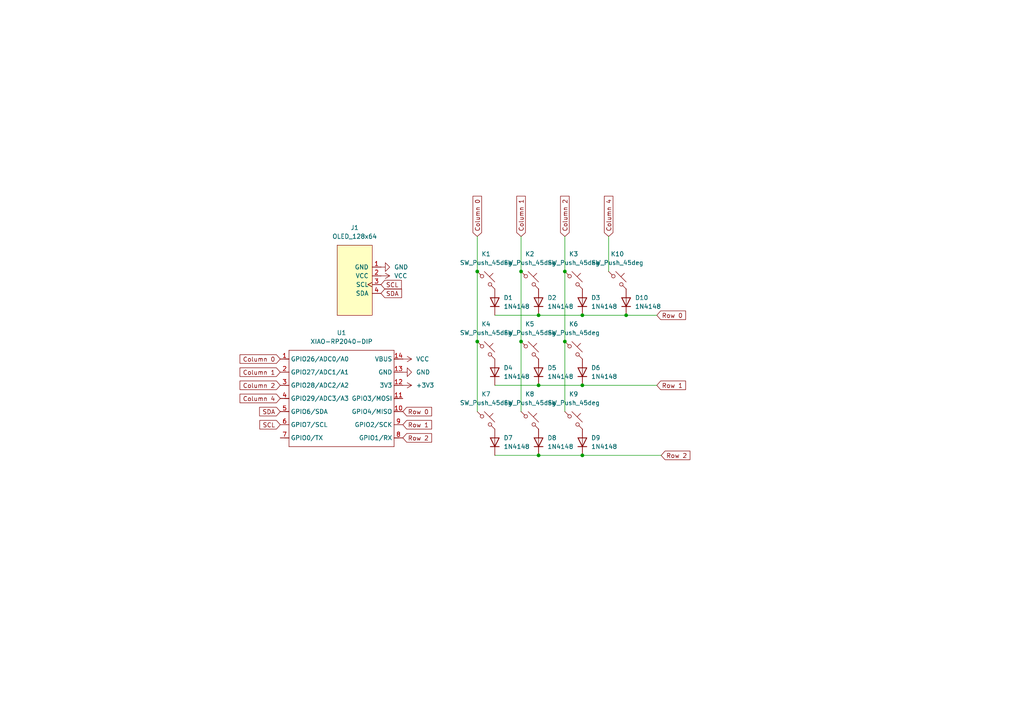
<source format=kicad_sch>
(kicad_sch
	(version 20231120)
	(generator "eeschema")
	(generator_version "8.0")
	(uuid "e2b264e9-bae2-4876-a6b8-6263b17d090b")
	(paper "A4")
	(lib_symbols
		(symbol "Diode:1N4148"
			(pin_numbers hide)
			(pin_names hide)
			(exclude_from_sim no)
			(in_bom yes)
			(on_board yes)
			(property "Reference" "D"
				(at 0 2.54 0)
				(effects
					(font
						(size 1.27 1.27)
					)
				)
			)
			(property "Value" "1N4148"
				(at 0 -2.54 0)
				(effects
					(font
						(size 1.27 1.27)
					)
				)
			)
			(property "Footprint" "Diode_THT:D_DO-35_SOD27_P7.62mm_Horizontal"
				(at 0 0 0)
				(effects
					(font
						(size 1.27 1.27)
					)
					(hide yes)
				)
			)
			(property "Datasheet" "https://assets.nexperia.com/documents/data-sheet/1N4148_1N4448.pdf"
				(at 0 0 0)
				(effects
					(font
						(size 1.27 1.27)
					)
					(hide yes)
				)
			)
			(property "Description" "100V 0.15A standard switching diode, DO-35"
				(at 0 0 0)
				(effects
					(font
						(size 1.27 1.27)
					)
					(hide yes)
				)
			)
			(property "Sim.Device" "D"
				(at 0 0 0)
				(effects
					(font
						(size 1.27 1.27)
					)
					(hide yes)
				)
			)
			(property "Sim.Pins" "1=K 2=A"
				(at 0 0 0)
				(effects
					(font
						(size 1.27 1.27)
					)
					(hide yes)
				)
			)
			(property "ki_keywords" "diode"
				(at 0 0 0)
				(effects
					(font
						(size 1.27 1.27)
					)
					(hide yes)
				)
			)
			(property "ki_fp_filters" "D*DO?35*"
				(at 0 0 0)
				(effects
					(font
						(size 1.27 1.27)
					)
					(hide yes)
				)
			)
			(symbol "1N4148_0_1"
				(polyline
					(pts
						(xy -1.27 1.27) (xy -1.27 -1.27)
					)
					(stroke
						(width 0.254)
						(type default)
					)
					(fill
						(type none)
					)
				)
				(polyline
					(pts
						(xy 1.27 0) (xy -1.27 0)
					)
					(stroke
						(width 0)
						(type default)
					)
					(fill
						(type none)
					)
				)
				(polyline
					(pts
						(xy 1.27 1.27) (xy 1.27 -1.27) (xy -1.27 0) (xy 1.27 1.27)
					)
					(stroke
						(width 0.254)
						(type default)
					)
					(fill
						(type none)
					)
				)
			)
			(symbol "1N4148_1_1"
				(pin passive line
					(at -3.81 0 0)
					(length 2.54)
					(name "K"
						(effects
							(font
								(size 1.27 1.27)
							)
						)
					)
					(number "1"
						(effects
							(font
								(size 1.27 1.27)
							)
						)
					)
				)
				(pin passive line
					(at 3.81 0 180)
					(length 2.54)
					(name "A"
						(effects
							(font
								(size 1.27 1.27)
							)
						)
					)
					(number "2"
						(effects
							(font
								(size 1.27 1.27)
							)
						)
					)
				)
			)
		)
		(symbol "ScottoKeebs:OLED_128x64"
			(pin_names
				(offset 1.016)
			)
			(exclude_from_sim no)
			(in_bom yes)
			(on_board yes)
			(property "Reference" "J"
				(at 0 -11.43 0)
				(effects
					(font
						(size 1.27 1.27)
					)
				)
			)
			(property "Value" "OLED_128x64"
				(at 0 -7.62 0)
				(effects
					(font
						(size 1.27 1.27)
					)
				)
			)
			(property "Footprint" "ScottoKeebs_Components:OLED_128x64"
				(at 0 -13.97 0)
				(effects
					(font
						(size 1.27 1.27)
					)
					(hide yes)
				)
			)
			(property "Datasheet" ""
				(at 1.27 0 90)
				(effects
					(font
						(size 1.27 1.27)
					)
					(hide yes)
				)
			)
			(property "Description" ""
				(at 0 0 0)
				(effects
					(font
						(size 1.27 1.27)
					)
					(hide yes)
				)
			)
			(symbol "OLED_128x64_0_1"
				(rectangle
					(start 10.16 -10.16)
					(end -10.16 0)
					(stroke
						(width 0)
						(type default)
					)
					(fill
						(type background)
					)
				)
			)
			(symbol "OLED_128x64_1_1"
				(pin power_in line
					(at -3.81 2.54 270)
					(length 2.54)
					(name "GND"
						(effects
							(font
								(size 1.27 1.27)
							)
						)
					)
					(number "1"
						(effects
							(font
								(size 1.27 1.27)
							)
						)
					)
				)
				(pin power_in line
					(at -1.27 2.54 270)
					(length 2.54)
					(name "VCC"
						(effects
							(font
								(size 1.27 1.27)
							)
						)
					)
					(number "2"
						(effects
							(font
								(size 1.27 1.27)
							)
						)
					)
				)
				(pin input clock
					(at 1.27 2.54 270)
					(length 2.54)
					(name "SCL"
						(effects
							(font
								(size 1.27 1.27)
							)
						)
					)
					(number "3"
						(effects
							(font
								(size 1.27 1.27)
							)
						)
					)
				)
				(pin bidirectional line
					(at 3.81 2.54 270)
					(length 2.54)
					(name "SDA"
						(effects
							(font
								(size 1.27 1.27)
							)
						)
					)
					(number "4"
						(effects
							(font
								(size 1.27 1.27)
							)
						)
					)
				)
			)
		)
		(symbol "Seeed_Studio_XIAO_Series:XIAO-RP2040-DIP"
			(exclude_from_sim no)
			(in_bom yes)
			(on_board yes)
			(property "Reference" "U"
				(at 0 0 0)
				(effects
					(font
						(size 1.27 1.27)
					)
				)
			)
			(property "Value" "XIAO-RP2040-DIP"
				(at 5.334 -1.778 0)
				(effects
					(font
						(size 1.27 1.27)
					)
				)
			)
			(property "Footprint" "Module:MOUDLE14P-XIAO-DIP-SMD"
				(at 14.478 -32.258 0)
				(effects
					(font
						(size 1.27 1.27)
					)
					(hide yes)
				)
			)
			(property "Datasheet" ""
				(at 0 0 0)
				(effects
					(font
						(size 1.27 1.27)
					)
					(hide yes)
				)
			)
			(property "Description" ""
				(at 0 0 0)
				(effects
					(font
						(size 1.27 1.27)
					)
					(hide yes)
				)
			)
			(symbol "XIAO-RP2040-DIP_1_0"
				(polyline
					(pts
						(xy -1.27 -30.48) (xy -1.27 -16.51)
					)
					(stroke
						(width 0.1524)
						(type solid)
					)
					(fill
						(type none)
					)
				)
				(polyline
					(pts
						(xy -1.27 -27.94) (xy -2.54 -27.94)
					)
					(stroke
						(width 0.1524)
						(type solid)
					)
					(fill
						(type none)
					)
				)
				(polyline
					(pts
						(xy -1.27 -24.13) (xy -2.54 -24.13)
					)
					(stroke
						(width 0.1524)
						(type solid)
					)
					(fill
						(type none)
					)
				)
				(polyline
					(pts
						(xy -1.27 -20.32) (xy -2.54 -20.32)
					)
					(stroke
						(width 0.1524)
						(type solid)
					)
					(fill
						(type none)
					)
				)
				(polyline
					(pts
						(xy -1.27 -16.51) (xy -2.54 -16.51)
					)
					(stroke
						(width 0.1524)
						(type solid)
					)
					(fill
						(type none)
					)
				)
				(polyline
					(pts
						(xy -1.27 -16.51) (xy -1.27 -12.7)
					)
					(stroke
						(width 0.1524)
						(type solid)
					)
					(fill
						(type none)
					)
				)
				(polyline
					(pts
						(xy -1.27 -12.7) (xy -2.54 -12.7)
					)
					(stroke
						(width 0.1524)
						(type solid)
					)
					(fill
						(type none)
					)
				)
				(polyline
					(pts
						(xy -1.27 -12.7) (xy -1.27 -8.89)
					)
					(stroke
						(width 0.1524)
						(type solid)
					)
					(fill
						(type none)
					)
				)
				(polyline
					(pts
						(xy -1.27 -8.89) (xy -2.54 -8.89)
					)
					(stroke
						(width 0.1524)
						(type solid)
					)
					(fill
						(type none)
					)
				)
				(polyline
					(pts
						(xy -1.27 -8.89) (xy -1.27 -5.08)
					)
					(stroke
						(width 0.1524)
						(type solid)
					)
					(fill
						(type none)
					)
				)
				(polyline
					(pts
						(xy -1.27 -5.08) (xy -2.54 -5.08)
					)
					(stroke
						(width 0.1524)
						(type solid)
					)
					(fill
						(type none)
					)
				)
				(polyline
					(pts
						(xy -1.27 -5.08) (xy -1.27 -2.54)
					)
					(stroke
						(width 0.1524)
						(type solid)
					)
					(fill
						(type none)
					)
				)
				(polyline
					(pts
						(xy -1.27 -2.54) (xy 29.21 -2.54)
					)
					(stroke
						(width 0.1524)
						(type solid)
					)
					(fill
						(type none)
					)
				)
				(polyline
					(pts
						(xy 29.21 -30.48) (xy -1.27 -30.48)
					)
					(stroke
						(width 0.1524)
						(type solid)
					)
					(fill
						(type none)
					)
				)
				(polyline
					(pts
						(xy 29.21 -12.7) (xy 29.21 -30.48)
					)
					(stroke
						(width 0.1524)
						(type solid)
					)
					(fill
						(type none)
					)
				)
				(polyline
					(pts
						(xy 29.21 -8.89) (xy 29.21 -12.7)
					)
					(stroke
						(width 0.1524)
						(type solid)
					)
					(fill
						(type none)
					)
				)
				(polyline
					(pts
						(xy 29.21 -5.08) (xy 29.21 -8.89)
					)
					(stroke
						(width 0.1524)
						(type solid)
					)
					(fill
						(type none)
					)
				)
				(polyline
					(pts
						(xy 29.21 -2.54) (xy 29.21 -5.08)
					)
					(stroke
						(width 0.1524)
						(type solid)
					)
					(fill
						(type none)
					)
				)
				(polyline
					(pts
						(xy 30.48 -27.94) (xy 29.21 -27.94)
					)
					(stroke
						(width 0.1524)
						(type solid)
					)
					(fill
						(type none)
					)
				)
				(polyline
					(pts
						(xy 30.48 -24.13) (xy 29.21 -24.13)
					)
					(stroke
						(width 0.1524)
						(type solid)
					)
					(fill
						(type none)
					)
				)
				(polyline
					(pts
						(xy 30.48 -20.32) (xy 29.21 -20.32)
					)
					(stroke
						(width 0.1524)
						(type solid)
					)
					(fill
						(type none)
					)
				)
				(polyline
					(pts
						(xy 30.48 -16.51) (xy 29.21 -16.51)
					)
					(stroke
						(width 0.1524)
						(type solid)
					)
					(fill
						(type none)
					)
				)
				(polyline
					(pts
						(xy 30.48 -12.7) (xy 29.21 -12.7)
					)
					(stroke
						(width 0.1524)
						(type solid)
					)
					(fill
						(type none)
					)
				)
				(polyline
					(pts
						(xy 30.48 -8.89) (xy 29.21 -8.89)
					)
					(stroke
						(width 0.1524)
						(type solid)
					)
					(fill
						(type none)
					)
				)
				(polyline
					(pts
						(xy 30.48 -5.08) (xy 29.21 -5.08)
					)
					(stroke
						(width 0.1524)
						(type solid)
					)
					(fill
						(type none)
					)
				)
				(pin passive line
					(at -3.81 -5.08 0)
					(length 2.54)
					(name "GPIO26/ADC0/A0"
						(effects
							(font
								(size 1.27 1.27)
							)
						)
					)
					(number "1"
						(effects
							(font
								(size 1.27 1.27)
							)
						)
					)
				)
				(pin passive line
					(at 31.75 -20.32 180)
					(length 2.54)
					(name "GPIO4/MISO"
						(effects
							(font
								(size 1.27 1.27)
							)
						)
					)
					(number "10"
						(effects
							(font
								(size 1.27 1.27)
							)
						)
					)
				)
				(pin passive line
					(at 31.75 -16.51 180)
					(length 2.54)
					(name "GPIO3/MOSI"
						(effects
							(font
								(size 1.27 1.27)
							)
						)
					)
					(number "11"
						(effects
							(font
								(size 1.27 1.27)
							)
						)
					)
				)
				(pin passive line
					(at 31.75 -12.7 180)
					(length 2.54)
					(name "3V3"
						(effects
							(font
								(size 1.27 1.27)
							)
						)
					)
					(number "12"
						(effects
							(font
								(size 1.27 1.27)
							)
						)
					)
				)
				(pin passive line
					(at 31.75 -8.89 180)
					(length 2.54)
					(name "GND"
						(effects
							(font
								(size 1.27 1.27)
							)
						)
					)
					(number "13"
						(effects
							(font
								(size 1.27 1.27)
							)
						)
					)
				)
				(pin passive line
					(at 31.75 -5.08 180)
					(length 2.54)
					(name "VBUS"
						(effects
							(font
								(size 1.27 1.27)
							)
						)
					)
					(number "14"
						(effects
							(font
								(size 1.27 1.27)
							)
						)
					)
				)
				(pin passive line
					(at -3.81 -8.89 0)
					(length 2.54)
					(name "GPIO27/ADC1/A1"
						(effects
							(font
								(size 1.27 1.27)
							)
						)
					)
					(number "2"
						(effects
							(font
								(size 1.27 1.27)
							)
						)
					)
				)
				(pin passive line
					(at -3.81 -12.7 0)
					(length 2.54)
					(name "GPIO28/ADC2/A2"
						(effects
							(font
								(size 1.27 1.27)
							)
						)
					)
					(number "3"
						(effects
							(font
								(size 1.27 1.27)
							)
						)
					)
				)
				(pin passive line
					(at -3.81 -16.51 0)
					(length 2.54)
					(name "GPIO29/ADC3/A3"
						(effects
							(font
								(size 1.27 1.27)
							)
						)
					)
					(number "4"
						(effects
							(font
								(size 1.27 1.27)
							)
						)
					)
				)
				(pin passive line
					(at -3.81 -20.32 0)
					(length 2.54)
					(name "GPIO6/SDA"
						(effects
							(font
								(size 1.27 1.27)
							)
						)
					)
					(number "5"
						(effects
							(font
								(size 1.27 1.27)
							)
						)
					)
				)
				(pin passive line
					(at -3.81 -24.13 0)
					(length 2.54)
					(name "GPIO7/SCL"
						(effects
							(font
								(size 1.27 1.27)
							)
						)
					)
					(number "6"
						(effects
							(font
								(size 1.27 1.27)
							)
						)
					)
				)
				(pin passive line
					(at -3.81 -27.94 0)
					(length 2.54)
					(name "GPIO0/TX"
						(effects
							(font
								(size 1.27 1.27)
							)
						)
					)
					(number "7"
						(effects
							(font
								(size 1.27 1.27)
							)
						)
					)
				)
				(pin passive line
					(at 31.75 -27.94 180)
					(length 2.54)
					(name "GPIO1/RX"
						(effects
							(font
								(size 1.27 1.27)
							)
						)
					)
					(number "8"
						(effects
							(font
								(size 1.27 1.27)
							)
						)
					)
				)
				(pin passive line
					(at 31.75 -24.13 180)
					(length 2.54)
					(name "GPIO2/SCK"
						(effects
							(font
								(size 1.27 1.27)
							)
						)
					)
					(number "9"
						(effects
							(font
								(size 1.27 1.27)
							)
						)
					)
				)
			)
		)
		(symbol "Switch:SW_Push_45deg"
			(pin_numbers hide)
			(pin_names
				(offset 1.016) hide)
			(exclude_from_sim no)
			(in_bom yes)
			(on_board yes)
			(property "Reference" "SW"
				(at 3.048 1.016 0)
				(effects
					(font
						(size 1.27 1.27)
					)
					(justify left)
				)
			)
			(property "Value" "SW_Push_45deg"
				(at 0 -3.81 0)
				(effects
					(font
						(size 1.27 1.27)
					)
				)
			)
			(property "Footprint" ""
				(at 0 0 0)
				(effects
					(font
						(size 1.27 1.27)
					)
					(hide yes)
				)
			)
			(property "Datasheet" "~"
				(at 0 0 0)
				(effects
					(font
						(size 1.27 1.27)
					)
					(hide yes)
				)
			)
			(property "Description" "Push button switch, normally open, two pins, 45° tilted"
				(at 0 0 0)
				(effects
					(font
						(size 1.27 1.27)
					)
					(hide yes)
				)
			)
			(property "ki_keywords" "switch normally-open pushbutton push-button"
				(at 0 0 0)
				(effects
					(font
						(size 1.27 1.27)
					)
					(hide yes)
				)
			)
			(symbol "SW_Push_45deg_0_1"
				(circle
					(center -1.1684 1.1684)
					(radius 0.508)
					(stroke
						(width 0)
						(type default)
					)
					(fill
						(type none)
					)
				)
				(polyline
					(pts
						(xy -0.508 2.54) (xy 2.54 -0.508)
					)
					(stroke
						(width 0)
						(type default)
					)
					(fill
						(type none)
					)
				)
				(polyline
					(pts
						(xy 1.016 1.016) (xy 2.032 2.032)
					)
					(stroke
						(width 0)
						(type default)
					)
					(fill
						(type none)
					)
				)
				(polyline
					(pts
						(xy -2.54 2.54) (xy -1.524 1.524) (xy -1.524 1.524)
					)
					(stroke
						(width 0)
						(type default)
					)
					(fill
						(type none)
					)
				)
				(polyline
					(pts
						(xy 1.524 -1.524) (xy 2.54 -2.54) (xy 2.54 -2.54) (xy 2.54 -2.54)
					)
					(stroke
						(width 0)
						(type default)
					)
					(fill
						(type none)
					)
				)
				(circle
					(center 1.143 -1.1938)
					(radius 0.508)
					(stroke
						(width 0)
						(type default)
					)
					(fill
						(type none)
					)
				)
				(pin passive line
					(at -2.54 2.54 0)
					(length 0)
					(name "1"
						(effects
							(font
								(size 1.27 1.27)
							)
						)
					)
					(number "1"
						(effects
							(font
								(size 1.27 1.27)
							)
						)
					)
				)
				(pin passive line
					(at 2.54 -2.54 180)
					(length 0)
					(name "2"
						(effects
							(font
								(size 1.27 1.27)
							)
						)
					)
					(number "2"
						(effects
							(font
								(size 1.27 1.27)
							)
						)
					)
				)
			)
		)
		(symbol "power:+3V3"
			(power)
			(pin_numbers hide)
			(pin_names
				(offset 0) hide)
			(exclude_from_sim no)
			(in_bom yes)
			(on_board yes)
			(property "Reference" "#PWR"
				(at 0 -3.81 0)
				(effects
					(font
						(size 1.27 1.27)
					)
					(hide yes)
				)
			)
			(property "Value" "+3V3"
				(at 0 3.556 0)
				(effects
					(font
						(size 1.27 1.27)
					)
				)
			)
			(property "Footprint" ""
				(at 0 0 0)
				(effects
					(font
						(size 1.27 1.27)
					)
					(hide yes)
				)
			)
			(property "Datasheet" ""
				(at 0 0 0)
				(effects
					(font
						(size 1.27 1.27)
					)
					(hide yes)
				)
			)
			(property "Description" "Power symbol creates a global label with name \"+3V3\""
				(at 0 0 0)
				(effects
					(font
						(size 1.27 1.27)
					)
					(hide yes)
				)
			)
			(property "ki_keywords" "global power"
				(at 0 0 0)
				(effects
					(font
						(size 1.27 1.27)
					)
					(hide yes)
				)
			)
			(symbol "+3V3_0_1"
				(polyline
					(pts
						(xy -0.762 1.27) (xy 0 2.54)
					)
					(stroke
						(width 0)
						(type default)
					)
					(fill
						(type none)
					)
				)
				(polyline
					(pts
						(xy 0 0) (xy 0 2.54)
					)
					(stroke
						(width 0)
						(type default)
					)
					(fill
						(type none)
					)
				)
				(polyline
					(pts
						(xy 0 2.54) (xy 0.762 1.27)
					)
					(stroke
						(width 0)
						(type default)
					)
					(fill
						(type none)
					)
				)
			)
			(symbol "+3V3_1_1"
				(pin power_in line
					(at 0 0 90)
					(length 0)
					(name "~"
						(effects
							(font
								(size 1.27 1.27)
							)
						)
					)
					(number "1"
						(effects
							(font
								(size 1.27 1.27)
							)
						)
					)
				)
			)
		)
		(symbol "power:GND"
			(power)
			(pin_numbers hide)
			(pin_names
				(offset 0) hide)
			(exclude_from_sim no)
			(in_bom yes)
			(on_board yes)
			(property "Reference" "#PWR"
				(at 0 -6.35 0)
				(effects
					(font
						(size 1.27 1.27)
					)
					(hide yes)
				)
			)
			(property "Value" "GND"
				(at 0 -3.81 0)
				(effects
					(font
						(size 1.27 1.27)
					)
				)
			)
			(property "Footprint" ""
				(at 0 0 0)
				(effects
					(font
						(size 1.27 1.27)
					)
					(hide yes)
				)
			)
			(property "Datasheet" ""
				(at 0 0 0)
				(effects
					(font
						(size 1.27 1.27)
					)
					(hide yes)
				)
			)
			(property "Description" "Power symbol creates a global label with name \"GND\" , ground"
				(at 0 0 0)
				(effects
					(font
						(size 1.27 1.27)
					)
					(hide yes)
				)
			)
			(property "ki_keywords" "global power"
				(at 0 0 0)
				(effects
					(font
						(size 1.27 1.27)
					)
					(hide yes)
				)
			)
			(symbol "GND_0_1"
				(polyline
					(pts
						(xy 0 0) (xy 0 -1.27) (xy 1.27 -1.27) (xy 0 -2.54) (xy -1.27 -1.27) (xy 0 -1.27)
					)
					(stroke
						(width 0)
						(type default)
					)
					(fill
						(type none)
					)
				)
			)
			(symbol "GND_1_1"
				(pin power_in line
					(at 0 0 270)
					(length 0)
					(name "~"
						(effects
							(font
								(size 1.27 1.27)
							)
						)
					)
					(number "1"
						(effects
							(font
								(size 1.27 1.27)
							)
						)
					)
				)
			)
		)
		(symbol "power:VCC"
			(power)
			(pin_numbers hide)
			(pin_names
				(offset 0) hide)
			(exclude_from_sim no)
			(in_bom yes)
			(on_board yes)
			(property "Reference" "#PWR"
				(at 0 -3.81 0)
				(effects
					(font
						(size 1.27 1.27)
					)
					(hide yes)
				)
			)
			(property "Value" "VCC"
				(at 0 3.556 0)
				(effects
					(font
						(size 1.27 1.27)
					)
				)
			)
			(property "Footprint" ""
				(at 0 0 0)
				(effects
					(font
						(size 1.27 1.27)
					)
					(hide yes)
				)
			)
			(property "Datasheet" ""
				(at 0 0 0)
				(effects
					(font
						(size 1.27 1.27)
					)
					(hide yes)
				)
			)
			(property "Description" "Power symbol creates a global label with name \"VCC\""
				(at 0 0 0)
				(effects
					(font
						(size 1.27 1.27)
					)
					(hide yes)
				)
			)
			(property "ki_keywords" "global power"
				(at 0 0 0)
				(effects
					(font
						(size 1.27 1.27)
					)
					(hide yes)
				)
			)
			(symbol "VCC_0_1"
				(polyline
					(pts
						(xy -0.762 1.27) (xy 0 2.54)
					)
					(stroke
						(width 0)
						(type default)
					)
					(fill
						(type none)
					)
				)
				(polyline
					(pts
						(xy 0 0) (xy 0 2.54)
					)
					(stroke
						(width 0)
						(type default)
					)
					(fill
						(type none)
					)
				)
				(polyline
					(pts
						(xy 0 2.54) (xy 0.762 1.27)
					)
					(stroke
						(width 0)
						(type default)
					)
					(fill
						(type none)
					)
				)
			)
			(symbol "VCC_1_1"
				(pin power_in line
					(at 0 0 90)
					(length 0)
					(name "~"
						(effects
							(font
								(size 1.27 1.27)
							)
						)
					)
					(number "1"
						(effects
							(font
								(size 1.27 1.27)
							)
						)
					)
				)
			)
		)
	)
	(junction
		(at 168.91 132.08)
		(diameter 0)
		(color 0 0 0 0)
		(uuid "0c036ead-c29e-48d8-a681-cd0856f6ce9b")
	)
	(junction
		(at 151.13 78.74)
		(diameter 0)
		(color 0 0 0 0)
		(uuid "22c789e3-e238-4b5b-b31e-762a95c778eb")
	)
	(junction
		(at 163.83 78.74)
		(diameter 0)
		(color 0 0 0 0)
		(uuid "25e72eba-6213-4c38-bd55-a3c9339fa794")
	)
	(junction
		(at 156.21 91.44)
		(diameter 0)
		(color 0 0 0 0)
		(uuid "2cad40c4-7bc5-4e83-91a7-e8cc1d513017")
	)
	(junction
		(at 156.21 132.08)
		(diameter 0)
		(color 0 0 0 0)
		(uuid "32e62cdf-b52c-4e59-8c3a-2c01b777bcca")
	)
	(junction
		(at 151.13 99.06)
		(diameter 0)
		(color 0 0 0 0)
		(uuid "4d68f57c-8b04-4963-a7b1-242a000f3246")
	)
	(junction
		(at 138.43 78.74)
		(diameter 0)
		(color 0 0 0 0)
		(uuid "604404ea-f10c-4eba-8831-c0e0a91c3679")
	)
	(junction
		(at 138.43 99.06)
		(diameter 0)
		(color 0 0 0 0)
		(uuid "72783ff3-f3b7-4ff6-b46d-0f4cdfc06493")
	)
	(junction
		(at 168.91 111.76)
		(diameter 0)
		(color 0 0 0 0)
		(uuid "9ee58c3e-6149-49b2-a8f8-63f56f87abaa")
	)
	(junction
		(at 168.91 91.44)
		(diameter 0)
		(color 0 0 0 0)
		(uuid "c7fc7ac4-7546-4166-8e47-302db32c61cf")
	)
	(junction
		(at 181.61 91.44)
		(diameter 0)
		(color 0 0 0 0)
		(uuid "d422bfa9-73e8-4b01-ab15-07081bc385a7")
	)
	(junction
		(at 163.83 99.06)
		(diameter 0)
		(color 0 0 0 0)
		(uuid "d45a44dd-3f78-4785-a64f-e712ef5d36de")
	)
	(junction
		(at 156.21 111.76)
		(diameter 0)
		(color 0 0 0 0)
		(uuid "eb3a0fbc-6810-4688-87e8-3072d8904758")
	)
	(wire
		(pts
			(xy 138.43 68.58) (xy 138.43 78.74)
		)
		(stroke
			(width 0)
			(type default)
		)
		(uuid "0032b335-f690-48fc-bb81-d99cad6234ab")
	)
	(wire
		(pts
			(xy 151.13 78.74) (xy 151.13 99.06)
		)
		(stroke
			(width 0)
			(type default)
		)
		(uuid "01f6b478-7f1c-43e2-9a3d-7f5e52d8bef4")
	)
	(wire
		(pts
			(xy 138.43 99.06) (xy 138.43 119.38)
		)
		(stroke
			(width 0)
			(type default)
		)
		(uuid "05e4af63-5c27-4cad-b4b6-de74497e0ec9")
	)
	(wire
		(pts
			(xy 156.21 91.44) (xy 168.91 91.44)
		)
		(stroke
			(width 0)
			(type default)
		)
		(uuid "08db4d8b-e95b-4719-931b-9b524866f007")
	)
	(wire
		(pts
			(xy 156.21 111.76) (xy 168.91 111.76)
		)
		(stroke
			(width 0)
			(type default)
		)
		(uuid "476d95a6-7640-461a-a5a1-9b62dee9c483")
	)
	(wire
		(pts
			(xy 163.83 99.06) (xy 163.83 119.38)
		)
		(stroke
			(width 0)
			(type default)
		)
		(uuid "61e0f73f-2a54-413a-b9ec-bfe63ccb8717")
	)
	(wire
		(pts
			(xy 191.77 132.08) (xy 168.91 132.08)
		)
		(stroke
			(width 0)
			(type default)
		)
		(uuid "6b9101cc-6e1b-4d3a-b7fe-9077ecaddb90")
	)
	(wire
		(pts
			(xy 151.13 99.06) (xy 151.13 119.38)
		)
		(stroke
			(width 0)
			(type default)
		)
		(uuid "768e90fd-e99a-4e58-a4bc-be6518a1b511")
	)
	(wire
		(pts
			(xy 143.51 132.08) (xy 156.21 132.08)
		)
		(stroke
			(width 0)
			(type default)
		)
		(uuid "8b4f1eb5-5e37-4a9e-96f1-4c2cd784a68e")
	)
	(wire
		(pts
			(xy 190.5 91.44) (xy 181.61 91.44)
		)
		(stroke
			(width 0)
			(type default)
		)
		(uuid "9946ce30-e06e-4de8-9215-de3f8afaad31")
	)
	(wire
		(pts
			(xy 163.83 68.58) (xy 163.83 78.74)
		)
		(stroke
			(width 0)
			(type default)
		)
		(uuid "a7551f77-a3b5-424d-8f76-6cef4af7238d")
	)
	(wire
		(pts
			(xy 168.91 91.44) (xy 181.61 91.44)
		)
		(stroke
			(width 0)
			(type default)
		)
		(uuid "a94b1bb2-ab9f-421a-8636-06f906223fe0")
	)
	(wire
		(pts
			(xy 176.53 68.58) (xy 176.53 78.74)
		)
		(stroke
			(width 0)
			(type default)
		)
		(uuid "b452c220-4faa-4c4b-87f1-02854006e1cb")
	)
	(wire
		(pts
			(xy 143.51 111.76) (xy 156.21 111.76)
		)
		(stroke
			(width 0)
			(type default)
		)
		(uuid "bbdcd237-777c-4fda-9283-65cdb9b4b965")
	)
	(wire
		(pts
			(xy 168.91 111.76) (xy 190.5 111.76)
		)
		(stroke
			(width 0)
			(type default)
		)
		(uuid "cfde2033-9dc4-4df6-bcea-ce7a12037591")
	)
	(wire
		(pts
			(xy 163.83 78.74) (xy 163.83 99.06)
		)
		(stroke
			(width 0)
			(type default)
		)
		(uuid "d2a363a8-b55f-4c71-9fd6-668e1373c753")
	)
	(wire
		(pts
			(xy 156.21 132.08) (xy 168.91 132.08)
		)
		(stroke
			(width 0)
			(type default)
		)
		(uuid "f3ec8713-d06a-4e08-83d5-6cd4f114838e")
	)
	(wire
		(pts
			(xy 138.43 78.74) (xy 138.43 99.06)
		)
		(stroke
			(width 0)
			(type default)
		)
		(uuid "f5804b7b-e850-4809-9f58-ffa63b961e34")
	)
	(wire
		(pts
			(xy 143.51 91.44) (xy 156.21 91.44)
		)
		(stroke
			(width 0)
			(type default)
		)
		(uuid "fb33bfef-0e1e-474c-9939-6a4e3a572dee")
	)
	(wire
		(pts
			(xy 151.13 68.58) (xy 151.13 78.74)
		)
		(stroke
			(width 0)
			(type default)
		)
		(uuid "fcc21e93-a3fd-411f-9f2f-5e43ff7d21f5")
	)
	(global_label "Column 1"
		(shape input)
		(at 151.13 68.58 90)
		(fields_autoplaced yes)
		(effects
			(font
				(size 1.27 1.27)
			)
			(justify left)
		)
		(uuid "2504c817-34c6-47d7-8d24-ec961f677fe5")
		(property "Intersheetrefs" "${INTERSHEET_REFS}"
			(at 151.13 56.3422 90)
			(effects
				(font
					(size 1.27 1.27)
				)
				(justify left)
				(hide yes)
			)
		)
	)
	(global_label "Row 2"
		(shape input)
		(at 191.77 132.08 0)
		(fields_autoplaced yes)
		(effects
			(font
				(size 1.27 1.27)
			)
			(justify left)
		)
		(uuid "38cad200-41a0-41a1-b18a-e3f29af47f56")
		(property "Intersheetrefs" "${INTERSHEET_REFS}"
			(at 200.6818 132.08 0)
			(effects
				(font
					(size 1.27 1.27)
				)
				(justify left)
				(hide yes)
			)
		)
	)
	(global_label "SCL"
		(shape input)
		(at 110.49 82.55 0)
		(fields_autoplaced yes)
		(effects
			(font
				(size 1.27 1.27)
			)
			(justify left)
		)
		(uuid "5356cbb0-42d9-467c-a3de-888004269484")
		(property "Intersheetrefs" "${INTERSHEET_REFS}"
			(at 116.9828 82.55 0)
			(effects
				(font
					(size 1.27 1.27)
				)
				(justify left)
				(hide yes)
			)
		)
	)
	(global_label "Row 1"
		(shape input)
		(at 116.84 123.19 0)
		(fields_autoplaced yes)
		(effects
			(font
				(size 1.27 1.27)
			)
			(justify left)
		)
		(uuid "55652eb2-b3a0-49c7-a1b1-1db112dd4cb5")
		(property "Intersheetrefs" "${INTERSHEET_REFS}"
			(at 125.7518 123.19 0)
			(effects
				(font
					(size 1.27 1.27)
				)
				(justify left)
				(hide yes)
			)
		)
	)
	(global_label "Row 0"
		(shape input)
		(at 116.84 119.38 0)
		(fields_autoplaced yes)
		(effects
			(font
				(size 1.27 1.27)
			)
			(justify left)
		)
		(uuid "645a16c5-adab-4a2e-ad9f-292681a0d14c")
		(property "Intersheetrefs" "${INTERSHEET_REFS}"
			(at 125.7518 119.38 0)
			(effects
				(font
					(size 1.27 1.27)
				)
				(justify left)
				(hide yes)
			)
		)
	)
	(global_label "Column 2"
		(shape input)
		(at 81.28 111.76 180)
		(fields_autoplaced yes)
		(effects
			(font
				(size 1.27 1.27)
			)
			(justify right)
		)
		(uuid "7b0aeb8a-af53-480f-9c94-e6c2a2454113")
		(property "Intersheetrefs" "${INTERSHEET_REFS}"
			(at 69.0422 111.76 0)
			(effects
				(font
					(size 1.27 1.27)
				)
				(justify right)
				(hide yes)
			)
		)
	)
	(global_label "Row 1"
		(shape input)
		(at 190.5 111.76 0)
		(fields_autoplaced yes)
		(effects
			(font
				(size 1.27 1.27)
			)
			(justify left)
		)
		(uuid "82b0d55c-ba15-4253-9738-8ccd8cb524b6")
		(property "Intersheetrefs" "${INTERSHEET_REFS}"
			(at 199.4118 111.76 0)
			(effects
				(font
					(size 1.27 1.27)
				)
				(justify left)
				(hide yes)
			)
		)
	)
	(global_label "SDA"
		(shape input)
		(at 110.49 85.09 0)
		(fields_autoplaced yes)
		(effects
			(font
				(size 1.27 1.27)
			)
			(justify left)
		)
		(uuid "86b3dab6-843b-4586-b220-c519dea34df0")
		(property "Intersheetrefs" "${INTERSHEET_REFS}"
			(at 117.0433 85.09 0)
			(effects
				(font
					(size 1.27 1.27)
				)
				(justify left)
				(hide yes)
			)
		)
	)
	(global_label "Row 0"
		(shape input)
		(at 190.5 91.44 0)
		(fields_autoplaced yes)
		(effects
			(font
				(size 1.27 1.27)
			)
			(justify left)
		)
		(uuid "8ecfb44d-c91f-48ed-b354-47a8c87cff76")
		(property "Intersheetrefs" "${INTERSHEET_REFS}"
			(at 199.4118 91.44 0)
			(effects
				(font
					(size 1.27 1.27)
				)
				(justify left)
				(hide yes)
			)
		)
	)
	(global_label "Row 2"
		(shape input)
		(at 116.84 127 0)
		(fields_autoplaced yes)
		(effects
			(font
				(size 1.27 1.27)
			)
			(justify left)
		)
		(uuid "9b62ac99-4700-4871-b213-906a7ac46132")
		(property "Intersheetrefs" "${INTERSHEET_REFS}"
			(at 125.7518 127 0)
			(effects
				(font
					(size 1.27 1.27)
				)
				(justify left)
				(hide yes)
			)
		)
	)
	(global_label "Column 4"
		(shape input)
		(at 81.28 115.57 180)
		(fields_autoplaced yes)
		(effects
			(font
				(size 1.27 1.27)
			)
			(justify right)
		)
		(uuid "9d0580ee-7d76-424e-80a7-c94ca37a2034")
		(property "Intersheetrefs" "${INTERSHEET_REFS}"
			(at 69.0422 115.57 0)
			(effects
				(font
					(size 1.27 1.27)
				)
				(justify right)
				(hide yes)
			)
		)
	)
	(global_label "Column 1"
		(shape input)
		(at 81.28 107.95 180)
		(fields_autoplaced yes)
		(effects
			(font
				(size 1.27 1.27)
			)
			(justify right)
		)
		(uuid "b96a6a85-8ac1-4dee-a54c-297f1f924e5c")
		(property "Intersheetrefs" "${INTERSHEET_REFS}"
			(at 69.0422 107.95 0)
			(effects
				(font
					(size 1.27 1.27)
				)
				(justify right)
				(hide yes)
			)
		)
	)
	(global_label "Column 0"
		(shape input)
		(at 81.28 104.14 180)
		(fields_autoplaced yes)
		(effects
			(font
				(size 1.27 1.27)
			)
			(justify right)
		)
		(uuid "bcbc086c-6821-427a-b9a5-f2f55551d565")
		(property "Intersheetrefs" "${INTERSHEET_REFS}"
			(at 69.0422 104.14 0)
			(effects
				(font
					(size 1.27 1.27)
				)
				(justify right)
				(hide yes)
			)
		)
	)
	(global_label "Column 0"
		(shape input)
		(at 138.43 68.58 90)
		(fields_autoplaced yes)
		(effects
			(font
				(size 1.27 1.27)
			)
			(justify left)
		)
		(uuid "c401d9dd-a05d-4f83-8724-91c1c0185f35")
		(property "Intersheetrefs" "${INTERSHEET_REFS}"
			(at 138.43 56.3422 90)
			(effects
				(font
					(size 1.27 1.27)
				)
				(justify left)
				(hide yes)
			)
		)
	)
	(global_label "Column 4"
		(shape input)
		(at 176.53 68.58 90)
		(fields_autoplaced yes)
		(effects
			(font
				(size 1.27 1.27)
			)
			(justify left)
		)
		(uuid "cb924a61-50d3-4cb9-b70b-cfaaecfa7281")
		(property "Intersheetrefs" "${INTERSHEET_REFS}"
			(at 176.53 56.3422 90)
			(effects
				(font
					(size 1.27 1.27)
				)
				(justify left)
				(hide yes)
			)
		)
	)
	(global_label "SDA"
		(shape input)
		(at 81.28 119.38 180)
		(fields_autoplaced yes)
		(effects
			(font
				(size 1.27 1.27)
			)
			(justify right)
		)
		(uuid "e66dab36-fa2a-40ea-a19d-052e49491bcf")
		(property "Intersheetrefs" "${INTERSHEET_REFS}"
			(at 74.7267 119.38 0)
			(effects
				(font
					(size 1.27 1.27)
				)
				(justify right)
				(hide yes)
			)
		)
	)
	(global_label "SCL"
		(shape input)
		(at 81.28 123.19 180)
		(fields_autoplaced yes)
		(effects
			(font
				(size 1.27 1.27)
			)
			(justify right)
		)
		(uuid "f8e662be-27d7-4481-9119-5ce98838fe5e")
		(property "Intersheetrefs" "${INTERSHEET_REFS}"
			(at 74.7872 123.19 0)
			(effects
				(font
					(size 1.27 1.27)
				)
				(justify right)
				(hide yes)
			)
		)
	)
	(global_label "Column 2"
		(shape input)
		(at 163.83 68.58 90)
		(fields_autoplaced yes)
		(effects
			(font
				(size 1.27 1.27)
			)
			(justify left)
		)
		(uuid "faf7efa8-dea8-460d-b1d4-f8f9af4c9d50")
		(property "Intersheetrefs" "${INTERSHEET_REFS}"
			(at 163.83 56.3422 90)
			(effects
				(font
					(size 1.27 1.27)
				)
				(justify left)
				(hide yes)
			)
		)
	)
	(symbol
		(lib_id "Diode:1N4148")
		(at 168.91 87.63 90)
		(unit 1)
		(exclude_from_sim no)
		(in_bom yes)
		(on_board yes)
		(dnp no)
		(uuid "03ace365-1774-4205-865b-434dc42e7836")
		(property "Reference" "D3"
			(at 171.45 86.3599 90)
			(effects
				(font
					(size 1.27 1.27)
				)
				(justify right)
			)
		)
		(property "Value" "1N4148"
			(at 171.45 88.8999 90)
			(effects
				(font
					(size 1.27 1.27)
				)
				(justify right)
			)
		)
		(property "Footprint" "Diode_THT:D_DO-35_SOD27_P7.62mm_Horizontal"
			(at 168.91 87.63 0)
			(effects
				(font
					(size 1.27 1.27)
				)
				(hide yes)
			)
		)
		(property "Datasheet" "https://assets.nexperia.com/documents/data-sheet/1N4148_1N4448.pdf"
			(at 168.91 87.63 0)
			(effects
				(font
					(size 1.27 1.27)
				)
				(hide yes)
			)
		)
		(property "Description" "100V 0.15A standard switching diode, DO-35"
			(at 168.91 87.63 0)
			(effects
				(font
					(size 1.27 1.27)
				)
				(hide yes)
			)
		)
		(property "Sim.Device" "D"
			(at 168.91 87.63 0)
			(effects
				(font
					(size 1.27 1.27)
				)
				(hide yes)
			)
		)
		(property "Sim.Pins" "1=K 2=A"
			(at 168.91 87.63 0)
			(effects
				(font
					(size 1.27 1.27)
				)
				(hide yes)
			)
		)
		(pin "1"
			(uuid "86923c46-3e5f-49e7-a3d7-c1d5035a3849")
		)
		(pin "2"
			(uuid "22f25f75-70be-4544-ad74-dda26150cf3a")
		)
		(instances
			(project "YeagPad"
				(path "/e2b264e9-bae2-4876-a6b8-6263b17d090b"
					(reference "D3")
					(unit 1)
				)
			)
		)
	)
	(symbol
		(lib_id "Switch:SW_Push_45deg")
		(at 166.37 101.6 0)
		(unit 1)
		(exclude_from_sim no)
		(in_bom yes)
		(on_board yes)
		(dnp no)
		(fields_autoplaced yes)
		(uuid "060317c1-b514-4c71-b373-95391eb6eede")
		(property "Reference" "K6"
			(at 166.37 93.98 0)
			(effects
				(font
					(size 1.27 1.27)
				)
			)
		)
		(property "Value" "SW_Push_45deg"
			(at 166.37 96.52 0)
			(effects
				(font
					(size 1.27 1.27)
				)
			)
		)
		(property "Footprint" "ScottoKeebs_MX:MX_PCB_1.00u"
			(at 166.37 101.6 0)
			(effects
				(font
					(size 1.27 1.27)
				)
				(hide yes)
			)
		)
		(property "Datasheet" "~"
			(at 166.37 101.6 0)
			(effects
				(font
					(size 1.27 1.27)
				)
				(hide yes)
			)
		)
		(property "Description" "Push button switch, normally open, two pins, 45° tilted"
			(at 166.37 101.6 0)
			(effects
				(font
					(size 1.27 1.27)
				)
				(hide yes)
			)
		)
		(pin "2"
			(uuid "cb2246b6-2301-4a15-aedd-eb12b268d1f8")
		)
		(pin "1"
			(uuid "fb6e0ae7-050b-450f-9a8f-174744669e30")
		)
		(instances
			(project "YeagPad"
				(path "/e2b264e9-bae2-4876-a6b8-6263b17d090b"
					(reference "K6")
					(unit 1)
				)
			)
		)
	)
	(symbol
		(lib_id "power:VCC")
		(at 110.49 80.01 270)
		(unit 1)
		(exclude_from_sim no)
		(in_bom yes)
		(on_board yes)
		(dnp no)
		(uuid "17c8cb13-15fb-466f-81c9-7da2d88df5e2")
		(property "Reference" "#PWR03"
			(at 106.68 80.01 0)
			(effects
				(font
					(size 1.27 1.27)
				)
				(hide yes)
			)
		)
		(property "Value" "VCC"
			(at 114.3 80.0099 90)
			(effects
				(font
					(size 1.27 1.27)
				)
				(justify left)
			)
		)
		(property "Footprint" ""
			(at 110.49 80.01 0)
			(effects
				(font
					(size 1.27 1.27)
				)
				(hide yes)
			)
		)
		(property "Datasheet" ""
			(at 110.49 80.01 0)
			(effects
				(font
					(size 1.27 1.27)
				)
				(hide yes)
			)
		)
		(property "Description" "Power symbol creates a global label with name \"VCC\""
			(at 110.49 80.01 0)
			(effects
				(font
					(size 1.27 1.27)
				)
				(hide yes)
			)
		)
		(pin "1"
			(uuid "17e63009-4020-4c43-958b-8caebb5c9d0e")
		)
		(instances
			(project ""
				(path "/e2b264e9-bae2-4876-a6b8-6263b17d090b"
					(reference "#PWR03")
					(unit 1)
				)
			)
		)
	)
	(symbol
		(lib_id "Diode:1N4148")
		(at 156.21 107.95 90)
		(unit 1)
		(exclude_from_sim no)
		(in_bom yes)
		(on_board yes)
		(dnp no)
		(fields_autoplaced yes)
		(uuid "17d7aab2-099a-4a63-a55e-c2986b63edc8")
		(property "Reference" "D5"
			(at 158.75 106.6799 90)
			(effects
				(font
					(size 1.27 1.27)
				)
				(justify right)
			)
		)
		(property "Value" "1N4148"
			(at 158.75 109.2199 90)
			(effects
				(font
					(size 1.27 1.27)
				)
				(justify right)
			)
		)
		(property "Footprint" "Diode_THT:D_DO-35_SOD27_P7.62mm_Horizontal"
			(at 156.21 107.95 0)
			(effects
				(font
					(size 1.27 1.27)
				)
				(hide yes)
			)
		)
		(property "Datasheet" "https://assets.nexperia.com/documents/data-sheet/1N4148_1N4448.pdf"
			(at 156.21 107.95 0)
			(effects
				(font
					(size 1.27 1.27)
				)
				(hide yes)
			)
		)
		(property "Description" "100V 0.15A standard switching diode, DO-35"
			(at 156.21 107.95 0)
			(effects
				(font
					(size 1.27 1.27)
				)
				(hide yes)
			)
		)
		(property "Sim.Device" "D"
			(at 156.21 107.95 0)
			(effects
				(font
					(size 1.27 1.27)
				)
				(hide yes)
			)
		)
		(property "Sim.Pins" "1=K 2=A"
			(at 156.21 107.95 0)
			(effects
				(font
					(size 1.27 1.27)
				)
				(hide yes)
			)
		)
		(pin "1"
			(uuid "5ca17bb1-4e46-47ce-aa8a-ef4a8945ec0d")
		)
		(pin "2"
			(uuid "92996dcf-f2b3-4acf-aa36-2a4a3dc8c48d")
		)
		(instances
			(project "YeagPad"
				(path "/e2b264e9-bae2-4876-a6b8-6263b17d090b"
					(reference "D5")
					(unit 1)
				)
			)
		)
	)
	(symbol
		(lib_id "power:GND")
		(at 116.84 107.95 90)
		(unit 1)
		(exclude_from_sim no)
		(in_bom yes)
		(on_board yes)
		(dnp no)
		(fields_autoplaced yes)
		(uuid "1c4b9cd5-928a-4c08-a553-8ea8d57b55a7")
		(property "Reference" "#PWR01"
			(at 123.19 107.95 0)
			(effects
				(font
					(size 1.27 1.27)
				)
				(hide yes)
			)
		)
		(property "Value" "GND"
			(at 120.65 107.9499 90)
			(effects
				(font
					(size 1.27 1.27)
				)
				(justify right)
			)
		)
		(property "Footprint" ""
			(at 116.84 107.95 0)
			(effects
				(font
					(size 1.27 1.27)
				)
				(hide yes)
			)
		)
		(property "Datasheet" ""
			(at 116.84 107.95 0)
			(effects
				(font
					(size 1.27 1.27)
				)
				(hide yes)
			)
		)
		(property "Description" "Power symbol creates a global label with name \"GND\" , ground"
			(at 116.84 107.95 0)
			(effects
				(font
					(size 1.27 1.27)
				)
				(hide yes)
			)
		)
		(pin "1"
			(uuid "1514b6d0-5446-4551-81d5-7ca1ce5416d6")
		)
		(instances
			(project ""
				(path "/e2b264e9-bae2-4876-a6b8-6263b17d090b"
					(reference "#PWR01")
					(unit 1)
				)
			)
		)
	)
	(symbol
		(lib_id "Switch:SW_Push_45deg")
		(at 153.67 101.6 0)
		(unit 1)
		(exclude_from_sim no)
		(in_bom yes)
		(on_board yes)
		(dnp no)
		(fields_autoplaced yes)
		(uuid "31f42f40-9eef-4755-8de0-02f16e7490cb")
		(property "Reference" "K5"
			(at 153.67 93.98 0)
			(effects
				(font
					(size 1.27 1.27)
				)
			)
		)
		(property "Value" "SW_Push_45deg"
			(at 153.67 96.52 0)
			(effects
				(font
					(size 1.27 1.27)
				)
			)
		)
		(property "Footprint" "ScottoKeebs_MX:MX_PCB_1.00u"
			(at 153.67 101.6 0)
			(effects
				(font
					(size 1.27 1.27)
				)
				(hide yes)
			)
		)
		(property "Datasheet" "~"
			(at 153.67 101.6 0)
			(effects
				(font
					(size 1.27 1.27)
				)
				(hide yes)
			)
		)
		(property "Description" "Push button switch, normally open, two pins, 45° tilted"
			(at 153.67 101.6 0)
			(effects
				(font
					(size 1.27 1.27)
				)
				(hide yes)
			)
		)
		(pin "2"
			(uuid "574f4a5d-943e-4d02-a62c-6877a61a6bdf")
		)
		(pin "1"
			(uuid "a6e7d6b8-05de-437f-acf8-d7c484038cee")
		)
		(instances
			(project "YeagPad"
				(path "/e2b264e9-bae2-4876-a6b8-6263b17d090b"
					(reference "K5")
					(unit 1)
				)
			)
		)
	)
	(symbol
		(lib_id "Diode:1N4148")
		(at 156.21 128.27 90)
		(unit 1)
		(exclude_from_sim no)
		(in_bom yes)
		(on_board yes)
		(dnp no)
		(fields_autoplaced yes)
		(uuid "3fef5a0c-d858-4bb8-b423-cf42003fb414")
		(property "Reference" "D8"
			(at 158.75 126.9999 90)
			(effects
				(font
					(size 1.27 1.27)
				)
				(justify right)
			)
		)
		(property "Value" "1N4148"
			(at 158.75 129.5399 90)
			(effects
				(font
					(size 1.27 1.27)
				)
				(justify right)
			)
		)
		(property "Footprint" "Diode_THT:D_DO-35_SOD27_P7.62mm_Horizontal"
			(at 156.21 128.27 0)
			(effects
				(font
					(size 1.27 1.27)
				)
				(hide yes)
			)
		)
		(property "Datasheet" "https://assets.nexperia.com/documents/data-sheet/1N4148_1N4448.pdf"
			(at 156.21 128.27 0)
			(effects
				(font
					(size 1.27 1.27)
				)
				(hide yes)
			)
		)
		(property "Description" "100V 0.15A standard switching diode, DO-35"
			(at 156.21 128.27 0)
			(effects
				(font
					(size 1.27 1.27)
				)
				(hide yes)
			)
		)
		(property "Sim.Device" "D"
			(at 156.21 128.27 0)
			(effects
				(font
					(size 1.27 1.27)
				)
				(hide yes)
			)
		)
		(property "Sim.Pins" "1=K 2=A"
			(at 156.21 128.27 0)
			(effects
				(font
					(size 1.27 1.27)
				)
				(hide yes)
			)
		)
		(pin "1"
			(uuid "272585a7-44cb-443d-b84f-0ef4086aea26")
		)
		(pin "2"
			(uuid "4a722e77-943d-49e6-bfab-e77cc51df3eb")
		)
		(instances
			(project "YeagPad"
				(path "/e2b264e9-bae2-4876-a6b8-6263b17d090b"
					(reference "D8")
					(unit 1)
				)
			)
		)
	)
	(symbol
		(lib_id "Seeed_Studio_XIAO_Series:XIAO-RP2040-DIP")
		(at 85.09 99.06 0)
		(unit 1)
		(exclude_from_sim no)
		(in_bom yes)
		(on_board yes)
		(dnp no)
		(fields_autoplaced yes)
		(uuid "4651279b-077f-4797-9e71-60da7bfade60")
		(property "Reference" "U1"
			(at 99.06 96.52 0)
			(effects
				(font
					(size 1.27 1.27)
				)
			)
		)
		(property "Value" "XIAO-RP2040-DIP"
			(at 99.06 99.06 0)
			(effects
				(font
					(size 1.27 1.27)
				)
			)
		)
		(property "Footprint" "ScottoKeebs_MCU:Seeed_XIAO_RP2040"
			(at 99.568 131.318 0)
			(effects
				(font
					(size 1.27 1.27)
				)
				(hide yes)
			)
		)
		(property "Datasheet" ""
			(at 85.09 99.06 0)
			(effects
				(font
					(size 1.27 1.27)
				)
				(hide yes)
			)
		)
		(property "Description" ""
			(at 85.09 99.06 0)
			(effects
				(font
					(size 1.27 1.27)
				)
				(hide yes)
			)
		)
		(pin "2"
			(uuid "a057c80f-7bdd-4294-bdef-7dafd5ba604b")
		)
		(pin "3"
			(uuid "07379c24-cb91-4a81-a768-16842a3ccb91")
		)
		(pin "4"
			(uuid "19fcd144-110b-4718-94b9-e25ccf12078b")
		)
		(pin "12"
			(uuid "4c0f74e7-8bae-4cf8-98cd-e723acddb6fa")
		)
		(pin "1"
			(uuid "16662143-972e-48b9-ae33-85a4e8f1667b")
		)
		(pin "10"
			(uuid "b01d9de2-0da1-40c4-a1eb-70a8c3ad4722")
		)
		(pin "11"
			(uuid "bb1b287b-3414-4fa3-b61f-c7e9514855d5")
		)
		(pin "13"
			(uuid "5bcb5e9a-6a21-4870-b80c-4f2484403921")
		)
		(pin "14"
			(uuid "b95bcf7b-ac5d-4846-ad6c-6d41e657e647")
		)
		(pin "5"
			(uuid "438bad44-b23f-429e-8dcc-f8c3d883b9a7")
		)
		(pin "8"
			(uuid "9eb87416-afe5-4a43-b67f-3b11ed892ab3")
		)
		(pin "9"
			(uuid "4227771b-43b2-466b-a2e6-8f81c2819cf1")
		)
		(pin "7"
			(uuid "3c3c1754-4403-46dc-9349-e5ff8537ddf8")
		)
		(pin "6"
			(uuid "cafca77d-7302-486f-a4ab-6ec03751b5a4")
		)
		(instances
			(project ""
				(path "/e2b264e9-bae2-4876-a6b8-6263b17d090b"
					(reference "U1")
					(unit 1)
				)
			)
		)
	)
	(symbol
		(lib_id "power:GND")
		(at 110.49 77.47 90)
		(unit 1)
		(exclude_from_sim no)
		(in_bom yes)
		(on_board yes)
		(dnp no)
		(fields_autoplaced yes)
		(uuid "60e02e8c-9cf3-4ff7-a505-537cedea3e20")
		(property "Reference" "#PWR04"
			(at 116.84 77.47 0)
			(effects
				(font
					(size 1.27 1.27)
				)
				(hide yes)
			)
		)
		(property "Value" "GND"
			(at 114.3 77.4699 90)
			(effects
				(font
					(size 1.27 1.27)
				)
				(justify right)
			)
		)
		(property "Footprint" ""
			(at 110.49 77.47 0)
			(effects
				(font
					(size 1.27 1.27)
				)
				(hide yes)
			)
		)
		(property "Datasheet" ""
			(at 110.49 77.47 0)
			(effects
				(font
					(size 1.27 1.27)
				)
				(hide yes)
			)
		)
		(property "Description" "Power symbol creates a global label with name \"GND\" , ground"
			(at 110.49 77.47 0)
			(effects
				(font
					(size 1.27 1.27)
				)
				(hide yes)
			)
		)
		(pin "1"
			(uuid "186222d4-777d-41dc-8f5a-580e39d98793")
		)
		(instances
			(project ""
				(path "/e2b264e9-bae2-4876-a6b8-6263b17d090b"
					(reference "#PWR04")
					(unit 1)
				)
			)
		)
	)
	(symbol
		(lib_id "Diode:1N4148")
		(at 143.51 128.27 90)
		(unit 1)
		(exclude_from_sim no)
		(in_bom yes)
		(on_board yes)
		(dnp no)
		(fields_autoplaced yes)
		(uuid "6c2b4e42-947b-4122-b0fc-31a056dc4b10")
		(property "Reference" "D7"
			(at 146.05 126.9999 90)
			(effects
				(font
					(size 1.27 1.27)
				)
				(justify right)
			)
		)
		(property "Value" "1N4148"
			(at 146.05 129.5399 90)
			(effects
				(font
					(size 1.27 1.27)
				)
				(justify right)
			)
		)
		(property "Footprint" "Diode_THT:D_DO-35_SOD27_P7.62mm_Horizontal"
			(at 143.51 128.27 0)
			(effects
				(font
					(size 1.27 1.27)
				)
				(hide yes)
			)
		)
		(property "Datasheet" "https://assets.nexperia.com/documents/data-sheet/1N4148_1N4448.pdf"
			(at 143.51 128.27 0)
			(effects
				(font
					(size 1.27 1.27)
				)
				(hide yes)
			)
		)
		(property "Description" "100V 0.15A standard switching diode, DO-35"
			(at 143.51 128.27 0)
			(effects
				(font
					(size 1.27 1.27)
				)
				(hide yes)
			)
		)
		(property "Sim.Device" "D"
			(at 143.51 128.27 0)
			(effects
				(font
					(size 1.27 1.27)
				)
				(hide yes)
			)
		)
		(property "Sim.Pins" "1=K 2=A"
			(at 143.51 128.27 0)
			(effects
				(font
					(size 1.27 1.27)
				)
				(hide yes)
			)
		)
		(pin "1"
			(uuid "79b6af2f-cac0-4e79-952c-951ff0efdaf2")
		)
		(pin "2"
			(uuid "a976a447-a59e-4bb8-8652-e05cd7a51d16")
		)
		(instances
			(project "YeagPad"
				(path "/e2b264e9-bae2-4876-a6b8-6263b17d090b"
					(reference "D7")
					(unit 1)
				)
			)
		)
	)
	(symbol
		(lib_id "Switch:SW_Push_45deg")
		(at 140.97 101.6 0)
		(unit 1)
		(exclude_from_sim no)
		(in_bom yes)
		(on_board yes)
		(dnp no)
		(fields_autoplaced yes)
		(uuid "7897e560-481c-45af-b67f-b7a852b020a1")
		(property "Reference" "K4"
			(at 140.97 93.98 0)
			(effects
				(font
					(size 1.27 1.27)
				)
			)
		)
		(property "Value" "SW_Push_45deg"
			(at 140.97 96.52 0)
			(effects
				(font
					(size 1.27 1.27)
				)
			)
		)
		(property "Footprint" "ScottoKeebs_MX:MX_PCB_1.00u"
			(at 140.97 101.6 0)
			(effects
				(font
					(size 1.27 1.27)
				)
				(hide yes)
			)
		)
		(property "Datasheet" "~"
			(at 140.97 101.6 0)
			(effects
				(font
					(size 1.27 1.27)
				)
				(hide yes)
			)
		)
		(property "Description" "Push button switch, normally open, two pins, 45° tilted"
			(at 140.97 101.6 0)
			(effects
				(font
					(size 1.27 1.27)
				)
				(hide yes)
			)
		)
		(pin "2"
			(uuid "c8f0969d-a3c2-436e-9fc2-a54fe567ed6d")
		)
		(pin "1"
			(uuid "60d7b68f-512d-458a-91a6-83caf21bee81")
		)
		(instances
			(project "YeagPad"
				(path "/e2b264e9-bae2-4876-a6b8-6263b17d090b"
					(reference "K4")
					(unit 1)
				)
			)
		)
	)
	(symbol
		(lib_id "Switch:SW_Push_45deg")
		(at 140.97 121.92 0)
		(unit 1)
		(exclude_from_sim no)
		(in_bom yes)
		(on_board yes)
		(dnp no)
		(uuid "7ade2423-ecc2-4a28-a996-2e0940768971")
		(property "Reference" "K7"
			(at 140.97 114.3 0)
			(effects
				(font
					(size 1.27 1.27)
				)
			)
		)
		(property "Value" "SW_Push_45deg"
			(at 140.97 116.84 0)
			(effects
				(font
					(size 1.27 1.27)
				)
			)
		)
		(property "Footprint" "ScottoKeebs_MX:MX_PCB_1.00u"
			(at 140.97 121.92 0)
			(effects
				(font
					(size 1.27 1.27)
				)
				(hide yes)
			)
		)
		(property "Datasheet" "~"
			(at 140.97 121.92 0)
			(effects
				(font
					(size 1.27 1.27)
				)
				(hide yes)
			)
		)
		(property "Description" "Push button switch, normally open, two pins, 45° tilted"
			(at 140.97 121.92 0)
			(effects
				(font
					(size 1.27 1.27)
				)
				(hide yes)
			)
		)
		(pin "2"
			(uuid "6581e5d4-dde4-49b4-ae23-15031be5016b")
		)
		(pin "1"
			(uuid "fb4fcc30-618d-45b2-a2b2-4c53e2bcf729")
		)
		(instances
			(project "YeagPad"
				(path "/e2b264e9-bae2-4876-a6b8-6263b17d090b"
					(reference "K7")
					(unit 1)
				)
			)
		)
	)
	(symbol
		(lib_id "Switch:SW_Push_45deg")
		(at 153.67 121.92 0)
		(unit 1)
		(exclude_from_sim no)
		(in_bom yes)
		(on_board yes)
		(dnp no)
		(fields_autoplaced yes)
		(uuid "823e2376-8c23-4e05-890b-e39712d82957")
		(property "Reference" "K8"
			(at 153.67 114.3 0)
			(effects
				(font
					(size 1.27 1.27)
				)
			)
		)
		(property "Value" "SW_Push_45deg"
			(at 153.67 116.84 0)
			(effects
				(font
					(size 1.27 1.27)
				)
			)
		)
		(property "Footprint" "ScottoKeebs_MX:MX_PCB_1.00u"
			(at 153.67 121.92 0)
			(effects
				(font
					(size 1.27 1.27)
				)
				(hide yes)
			)
		)
		(property "Datasheet" "~"
			(at 153.67 121.92 0)
			(effects
				(font
					(size 1.27 1.27)
				)
				(hide yes)
			)
		)
		(property "Description" "Push button switch, normally open, two pins, 45° tilted"
			(at 153.67 121.92 0)
			(effects
				(font
					(size 1.27 1.27)
				)
				(hide yes)
			)
		)
		(pin "2"
			(uuid "7b8e5b83-7243-4d21-86c3-8b4715aa4d70")
		)
		(pin "1"
			(uuid "8e7f2496-45c2-43bc-ad37-c5d8a284e4b3")
		)
		(instances
			(project "YeagPad"
				(path "/e2b264e9-bae2-4876-a6b8-6263b17d090b"
					(reference "K8")
					(unit 1)
				)
			)
		)
	)
	(symbol
		(lib_id "Switch:SW_Push_45deg")
		(at 153.67 81.28 0)
		(unit 1)
		(exclude_from_sim no)
		(in_bom yes)
		(on_board yes)
		(dnp no)
		(fields_autoplaced yes)
		(uuid "87eb84bf-176c-4587-8e30-d213eb3384eb")
		(property "Reference" "K2"
			(at 153.67 73.66 0)
			(effects
				(font
					(size 1.27 1.27)
				)
			)
		)
		(property "Value" "SW_Push_45deg"
			(at 153.67 76.2 0)
			(effects
				(font
					(size 1.27 1.27)
				)
			)
		)
		(property "Footprint" "ScottoKeebs_MX:MX_PCB_1.00u"
			(at 153.67 81.28 0)
			(effects
				(font
					(size 1.27 1.27)
				)
				(hide yes)
			)
		)
		(property "Datasheet" "~"
			(at 153.67 81.28 0)
			(effects
				(font
					(size 1.27 1.27)
				)
				(hide yes)
			)
		)
		(property "Description" "Push button switch, normally open, two pins, 45° tilted"
			(at 153.67 81.28 0)
			(effects
				(font
					(size 1.27 1.27)
				)
				(hide yes)
			)
		)
		(pin "2"
			(uuid "01100716-7c77-4b0b-b203-a6e3b1cefda6")
		)
		(pin "1"
			(uuid "fbaff07f-1f9d-4db3-9e64-1e3997b2889d")
		)
		(instances
			(project "YeagPad"
				(path "/e2b264e9-bae2-4876-a6b8-6263b17d090b"
					(reference "K2")
					(unit 1)
				)
			)
		)
	)
	(symbol
		(lib_id "ScottoKeebs:OLED_128x64")
		(at 107.95 81.28 270)
		(unit 1)
		(exclude_from_sim no)
		(in_bom yes)
		(on_board yes)
		(dnp no)
		(fields_autoplaced yes)
		(uuid "921e6cd9-d547-4bfd-b283-5494338b74c1")
		(property "Reference" "J1"
			(at 102.87 66.04 90)
			(effects
				(font
					(size 1.27 1.27)
				)
			)
		)
		(property "Value" "OLED_128x64"
			(at 102.87 68.58 90)
			(effects
				(font
					(size 1.27 1.27)
				)
			)
		)
		(property "Footprint" "ScottoKeebs_Components:OLED_128x64"
			(at 93.98 81.28 0)
			(effects
				(font
					(size 1.27 1.27)
				)
				(hide yes)
			)
		)
		(property "Datasheet" ""
			(at 107.95 82.55 90)
			(effects
				(font
					(size 1.27 1.27)
				)
				(hide yes)
			)
		)
		(property "Description" ""
			(at 107.95 81.28 0)
			(effects
				(font
					(size 1.27 1.27)
				)
				(hide yes)
			)
		)
		(pin "2"
			(uuid "eff56bce-73ac-4f47-8327-df0ead4454ce")
		)
		(pin "3"
			(uuid "40413f63-202d-43a7-ad02-4736b49adaea")
		)
		(pin "4"
			(uuid "b368b261-c8c5-4cd8-8e95-2b2b62cc73af")
		)
		(pin "1"
			(uuid "1245a365-7e62-4be0-878c-02e4188cf907")
		)
		(instances
			(project ""
				(path "/e2b264e9-bae2-4876-a6b8-6263b17d090b"
					(reference "J1")
					(unit 1)
				)
			)
		)
	)
	(symbol
		(lib_id "Diode:1N4148")
		(at 143.51 87.63 90)
		(unit 1)
		(exclude_from_sim no)
		(in_bom yes)
		(on_board yes)
		(dnp no)
		(fields_autoplaced yes)
		(uuid "9b6c1e39-19bd-49f6-9288-b4dc0dd1bd3e")
		(property "Reference" "D1"
			(at 146.05 86.3599 90)
			(effects
				(font
					(size 1.27 1.27)
				)
				(justify right)
			)
		)
		(property "Value" "1N4148"
			(at 146.05 88.8999 90)
			(effects
				(font
					(size 1.27 1.27)
				)
				(justify right)
			)
		)
		(property "Footprint" "Diode_THT:D_DO-35_SOD27_P7.62mm_Horizontal"
			(at 143.51 87.63 0)
			(effects
				(font
					(size 1.27 1.27)
				)
				(hide yes)
			)
		)
		(property "Datasheet" "https://assets.nexperia.com/documents/data-sheet/1N4148_1N4448.pdf"
			(at 143.51 87.63 0)
			(effects
				(font
					(size 1.27 1.27)
				)
				(hide yes)
			)
		)
		(property "Description" "100V 0.15A standard switching diode, DO-35"
			(at 143.51 87.63 0)
			(effects
				(font
					(size 1.27 1.27)
				)
				(hide yes)
			)
		)
		(property "Sim.Device" "D"
			(at 143.51 87.63 0)
			(effects
				(font
					(size 1.27 1.27)
				)
				(hide yes)
			)
		)
		(property "Sim.Pins" "1=K 2=A"
			(at 143.51 87.63 0)
			(effects
				(font
					(size 1.27 1.27)
				)
				(hide yes)
			)
		)
		(pin "1"
			(uuid "fe85a20d-d9b7-467d-8a94-2b9551a772f4")
		)
		(pin "2"
			(uuid "c5f97f7e-8ff3-4a8a-8709-c8f9b8209494")
		)
		(instances
			(project ""
				(path "/e2b264e9-bae2-4876-a6b8-6263b17d090b"
					(reference "D1")
					(unit 1)
				)
			)
		)
	)
	(symbol
		(lib_id "Diode:1N4148")
		(at 168.91 107.95 90)
		(unit 1)
		(exclude_from_sim no)
		(in_bom yes)
		(on_board yes)
		(dnp no)
		(fields_autoplaced yes)
		(uuid "9f786c7b-c380-4a46-9f4b-3ea991fa484f")
		(property "Reference" "D6"
			(at 171.45 106.6799 90)
			(effects
				(font
					(size 1.27 1.27)
				)
				(justify right)
			)
		)
		(property "Value" "1N4148"
			(at 171.45 109.2199 90)
			(effects
				(font
					(size 1.27 1.27)
				)
				(justify right)
			)
		)
		(property "Footprint" "Diode_THT:D_DO-35_SOD27_P7.62mm_Horizontal"
			(at 168.91 107.95 0)
			(effects
				(font
					(size 1.27 1.27)
				)
				(hide yes)
			)
		)
		(property "Datasheet" "https://assets.nexperia.com/documents/data-sheet/1N4148_1N4448.pdf"
			(at 168.91 107.95 0)
			(effects
				(font
					(size 1.27 1.27)
				)
				(hide yes)
			)
		)
		(property "Description" "100V 0.15A standard switching diode, DO-35"
			(at 168.91 107.95 0)
			(effects
				(font
					(size 1.27 1.27)
				)
				(hide yes)
			)
		)
		(property "Sim.Device" "D"
			(at 168.91 107.95 0)
			(effects
				(font
					(size 1.27 1.27)
				)
				(hide yes)
			)
		)
		(property "Sim.Pins" "1=K 2=A"
			(at 168.91 107.95 0)
			(effects
				(font
					(size 1.27 1.27)
				)
				(hide yes)
			)
		)
		(pin "1"
			(uuid "50373996-54bd-48f0-9dc9-fd1e9b1af0e8")
		)
		(pin "2"
			(uuid "b76323ed-2d60-48d9-9319-5624eff9f546")
		)
		(instances
			(project "YeagPad"
				(path "/e2b264e9-bae2-4876-a6b8-6263b17d090b"
					(reference "D6")
					(unit 1)
				)
			)
		)
	)
	(symbol
		(lib_id "Switch:SW_Push_45deg")
		(at 166.37 81.28 0)
		(unit 1)
		(exclude_from_sim no)
		(in_bom yes)
		(on_board yes)
		(dnp no)
		(fields_autoplaced yes)
		(uuid "a297f788-4e38-4fe8-909e-ae53002d2907")
		(property "Reference" "K3"
			(at 166.37 73.66 0)
			(effects
				(font
					(size 1.27 1.27)
				)
			)
		)
		(property "Value" "SW_Push_45deg"
			(at 166.37 76.2 0)
			(effects
				(font
					(size 1.27 1.27)
				)
			)
		)
		(property "Footprint" "ScottoKeebs_MX:MX_PCB_1.00u"
			(at 166.37 81.28 0)
			(effects
				(font
					(size 1.27 1.27)
				)
				(hide yes)
			)
		)
		(property "Datasheet" "~"
			(at 166.37 81.28 0)
			(effects
				(font
					(size 1.27 1.27)
				)
				(hide yes)
			)
		)
		(property "Description" "Push button switch, normally open, two pins, 45° tilted"
			(at 166.37 81.28 0)
			(effects
				(font
					(size 1.27 1.27)
				)
				(hide yes)
			)
		)
		(pin "2"
			(uuid "a0fe3687-cfa5-41bd-899a-a318aa48b225")
		)
		(pin "1"
			(uuid "e6eca2ac-c2bc-4ae3-923b-7bef91a30caa")
		)
		(instances
			(project "YeagPad"
				(path "/e2b264e9-bae2-4876-a6b8-6263b17d090b"
					(reference "K3")
					(unit 1)
				)
			)
		)
	)
	(symbol
		(lib_id "Diode:1N4148")
		(at 143.51 107.95 90)
		(unit 1)
		(exclude_from_sim no)
		(in_bom yes)
		(on_board yes)
		(dnp no)
		(fields_autoplaced yes)
		(uuid "a518f1cf-982d-4b6a-883c-652ea5ff5852")
		(property "Reference" "D4"
			(at 146.05 106.6799 90)
			(effects
				(font
					(size 1.27 1.27)
				)
				(justify right)
			)
		)
		(property "Value" "1N4148"
			(at 146.05 109.2199 90)
			(effects
				(font
					(size 1.27 1.27)
				)
				(justify right)
			)
		)
		(property "Footprint" "Diode_THT:D_DO-35_SOD27_P7.62mm_Horizontal"
			(at 143.51 107.95 0)
			(effects
				(font
					(size 1.27 1.27)
				)
				(hide yes)
			)
		)
		(property "Datasheet" "https://assets.nexperia.com/documents/data-sheet/1N4148_1N4448.pdf"
			(at 143.51 107.95 0)
			(effects
				(font
					(size 1.27 1.27)
				)
				(hide yes)
			)
		)
		(property "Description" "100V 0.15A standard switching diode, DO-35"
			(at 143.51 107.95 0)
			(effects
				(font
					(size 1.27 1.27)
				)
				(hide yes)
			)
		)
		(property "Sim.Device" "D"
			(at 143.51 107.95 0)
			(effects
				(font
					(size 1.27 1.27)
				)
				(hide yes)
			)
		)
		(property "Sim.Pins" "1=K 2=A"
			(at 143.51 107.95 0)
			(effects
				(font
					(size 1.27 1.27)
				)
				(hide yes)
			)
		)
		(pin "1"
			(uuid "269aaebc-0469-43e3-ac59-e1ffb4a5e057")
		)
		(pin "2"
			(uuid "ead638db-aa4f-4a2c-9c82-3fe43fb6b1db")
		)
		(instances
			(project "YeagPad"
				(path "/e2b264e9-bae2-4876-a6b8-6263b17d090b"
					(reference "D4")
					(unit 1)
				)
			)
		)
	)
	(symbol
		(lib_id "Switch:SW_Push_45deg")
		(at 179.07 81.28 0)
		(unit 1)
		(exclude_from_sim no)
		(in_bom yes)
		(on_board yes)
		(dnp no)
		(fields_autoplaced yes)
		(uuid "a5fdc691-3dc5-4710-99f0-5160989036bb")
		(property "Reference" "K10"
			(at 179.07 73.66 0)
			(effects
				(font
					(size 1.27 1.27)
				)
			)
		)
		(property "Value" "SW_Push_45deg"
			(at 179.07 76.2 0)
			(effects
				(font
					(size 1.27 1.27)
				)
			)
		)
		(property "Footprint" "ScottoKeebs_MX:MX_PCB_1.00u"
			(at 179.07 81.28 0)
			(effects
				(font
					(size 1.27 1.27)
				)
				(hide yes)
			)
		)
		(property "Datasheet" "~"
			(at 179.07 81.28 0)
			(effects
				(font
					(size 1.27 1.27)
				)
				(hide yes)
			)
		)
		(property "Description" "Push button switch, normally open, two pins, 45° tilted"
			(at 179.07 81.28 0)
			(effects
				(font
					(size 1.27 1.27)
				)
				(hide yes)
			)
		)
		(pin "2"
			(uuid "1ab3c867-5d6c-44f8-aac9-554b9f56f625")
		)
		(pin "1"
			(uuid "55617b20-60a7-4662-8f3b-09aa9f135621")
		)
		(instances
			(project "YeagPad"
				(path "/e2b264e9-bae2-4876-a6b8-6263b17d090b"
					(reference "K10")
					(unit 1)
				)
			)
		)
	)
	(symbol
		(lib_id "Diode:1N4148")
		(at 168.91 128.27 90)
		(unit 1)
		(exclude_from_sim no)
		(in_bom yes)
		(on_board yes)
		(dnp no)
		(fields_autoplaced yes)
		(uuid "b200836e-d344-48c0-aee8-36cfd6108a52")
		(property "Reference" "D9"
			(at 171.45 126.9999 90)
			(effects
				(font
					(size 1.27 1.27)
				)
				(justify right)
			)
		)
		(property "Value" "1N4148"
			(at 171.45 129.5399 90)
			(effects
				(font
					(size 1.27 1.27)
				)
				(justify right)
			)
		)
		(property "Footprint" "Diode_THT:D_DO-35_SOD27_P7.62mm_Horizontal"
			(at 168.91 128.27 0)
			(effects
				(font
					(size 1.27 1.27)
				)
				(hide yes)
			)
		)
		(property "Datasheet" "https://assets.nexperia.com/documents/data-sheet/1N4148_1N4448.pdf"
			(at 168.91 128.27 0)
			(effects
				(font
					(size 1.27 1.27)
				)
				(hide yes)
			)
		)
		(property "Description" "100V 0.15A standard switching diode, DO-35"
			(at 168.91 128.27 0)
			(effects
				(font
					(size 1.27 1.27)
				)
				(hide yes)
			)
		)
		(property "Sim.Device" "D"
			(at 168.91 128.27 0)
			(effects
				(font
					(size 1.27 1.27)
				)
				(hide yes)
			)
		)
		(property "Sim.Pins" "1=K 2=A"
			(at 168.91 128.27 0)
			(effects
				(font
					(size 1.27 1.27)
				)
				(hide yes)
			)
		)
		(pin "1"
			(uuid "0b274977-7237-4357-aa50-75c500c5e6a5")
		)
		(pin "2"
			(uuid "a12085ae-23fa-4421-9d45-fec7e7e2c17b")
		)
		(instances
			(project "YeagPad"
				(path "/e2b264e9-bae2-4876-a6b8-6263b17d090b"
					(reference "D9")
					(unit 1)
				)
			)
		)
	)
	(symbol
		(lib_id "power:VCC")
		(at 116.84 104.14 270)
		(unit 1)
		(exclude_from_sim no)
		(in_bom yes)
		(on_board yes)
		(dnp no)
		(uuid "c770e9fb-386c-4d4f-9019-ba6cfc1407cb")
		(property "Reference" "#PWR02"
			(at 113.03 104.14 0)
			(effects
				(font
					(size 1.27 1.27)
				)
				(hide yes)
			)
		)
		(property "Value" "VCC"
			(at 120.65 104.1399 90)
			(effects
				(font
					(size 1.27 1.27)
				)
				(justify left)
			)
		)
		(property "Footprint" ""
			(at 116.84 104.14 0)
			(effects
				(font
					(size 1.27 1.27)
				)
				(hide yes)
			)
		)
		(property "Datasheet" ""
			(at 116.84 104.14 0)
			(effects
				(font
					(size 1.27 1.27)
				)
				(hide yes)
			)
		)
		(property "Description" "Power symbol creates a global label with name \"VCC\""
			(at 116.84 104.14 0)
			(effects
				(font
					(size 1.27 1.27)
				)
				(hide yes)
			)
		)
		(pin "1"
			(uuid "5c3f2677-3900-4af1-bd95-29cd401eb28e")
		)
		(instances
			(project "YeagPad"
				(path "/e2b264e9-bae2-4876-a6b8-6263b17d090b"
					(reference "#PWR02")
					(unit 1)
				)
			)
		)
	)
	(symbol
		(lib_id "Switch:SW_Push_45deg")
		(at 140.97 81.28 0)
		(unit 1)
		(exclude_from_sim no)
		(in_bom yes)
		(on_board yes)
		(dnp no)
		(fields_autoplaced yes)
		(uuid "d683b4fc-a5ec-4a24-bf26-7eea2af70ebe")
		(property "Reference" "K1"
			(at 140.97 73.66 0)
			(effects
				(font
					(size 1.27 1.27)
				)
			)
		)
		(property "Value" "SW_Push_45deg"
			(at 140.97 76.2 0)
			(effects
				(font
					(size 1.27 1.27)
				)
			)
		)
		(property "Footprint" "ScottoKeebs_MX:MX_PCB_1.00u"
			(at 140.97 81.28 0)
			(effects
				(font
					(size 1.27 1.27)
				)
				(hide yes)
			)
		)
		(property "Datasheet" "~"
			(at 140.97 81.28 0)
			(effects
				(font
					(size 1.27 1.27)
				)
				(hide yes)
			)
		)
		(property "Description" "Push button switch, normally open, two pins, 45° tilted"
			(at 140.97 81.28 0)
			(effects
				(font
					(size 1.27 1.27)
				)
				(hide yes)
			)
		)
		(pin "2"
			(uuid "b2625f15-6f09-4a01-b4f5-8201ccbe5818")
		)
		(pin "1"
			(uuid "ce6e9080-5d81-4927-a475-967a4f0428cf")
		)
		(instances
			(project ""
				(path "/e2b264e9-bae2-4876-a6b8-6263b17d090b"
					(reference "K1")
					(unit 1)
				)
			)
		)
	)
	(symbol
		(lib_id "power:+3V3")
		(at 116.84 111.76 270)
		(unit 1)
		(exclude_from_sim no)
		(in_bom yes)
		(on_board yes)
		(dnp no)
		(fields_autoplaced yes)
		(uuid "d74e45f6-cac8-4772-b4db-14419b0794d4")
		(property "Reference" "#PWR05"
			(at 113.03 111.76 0)
			(effects
				(font
					(size 1.27 1.27)
				)
				(hide yes)
			)
		)
		(property "Value" "+3V3"
			(at 120.65 111.7599 90)
			(effects
				(font
					(size 1.27 1.27)
				)
				(justify left)
			)
		)
		(property "Footprint" ""
			(at 116.84 111.76 0)
			(effects
				(font
					(size 1.27 1.27)
				)
				(hide yes)
			)
		)
		(property "Datasheet" ""
			(at 116.84 111.76 0)
			(effects
				(font
					(size 1.27 1.27)
				)
				(hide yes)
			)
		)
		(property "Description" "Power symbol creates a global label with name \"+3V3\""
			(at 116.84 111.76 0)
			(effects
				(font
					(size 1.27 1.27)
				)
				(hide yes)
			)
		)
		(pin "1"
			(uuid "972b4b8f-443f-413c-9252-8ce6d6c0539b")
		)
		(instances
			(project ""
				(path "/e2b264e9-bae2-4876-a6b8-6263b17d090b"
					(reference "#PWR05")
					(unit 1)
				)
			)
		)
	)
	(symbol
		(lib_id "Diode:1N4148")
		(at 181.61 87.63 90)
		(unit 1)
		(exclude_from_sim no)
		(in_bom yes)
		(on_board yes)
		(dnp no)
		(fields_autoplaced yes)
		(uuid "e7fed359-b5b9-4d45-ab1f-8a30ab1a24ac")
		(property "Reference" "D10"
			(at 184.15 86.3599 90)
			(effects
				(font
					(size 1.27 1.27)
				)
				(justify right)
			)
		)
		(property "Value" "1N4148"
			(at 184.15 88.8999 90)
			(effects
				(font
					(size 1.27 1.27)
				)
				(justify right)
			)
		)
		(property "Footprint" "Diode_THT:D_DO-35_SOD27_P7.62mm_Horizontal"
			(at 181.61 87.63 0)
			(effects
				(font
					(size 1.27 1.27)
				)
				(hide yes)
			)
		)
		(property "Datasheet" "https://assets.nexperia.com/documents/data-sheet/1N4148_1N4448.pdf"
			(at 181.61 87.63 0)
			(effects
				(font
					(size 1.27 1.27)
				)
				(hide yes)
			)
		)
		(property "Description" "100V 0.15A standard switching diode, DO-35"
			(at 181.61 87.63 0)
			(effects
				(font
					(size 1.27 1.27)
				)
				(hide yes)
			)
		)
		(property "Sim.Device" "D"
			(at 181.61 87.63 0)
			(effects
				(font
					(size 1.27 1.27)
				)
				(hide yes)
			)
		)
		(property "Sim.Pins" "1=K 2=A"
			(at 181.61 87.63 0)
			(effects
				(font
					(size 1.27 1.27)
				)
				(hide yes)
			)
		)
		(pin "1"
			(uuid "f53dc976-891c-41f8-9bd2-e2c30e96321a")
		)
		(pin "2"
			(uuid "177d637b-d6cf-4e8a-85ce-e802110b690b")
		)
		(instances
			(project "YeagPad"
				(path "/e2b264e9-bae2-4876-a6b8-6263b17d090b"
					(reference "D10")
					(unit 1)
				)
			)
		)
	)
	(symbol
		(lib_id "Diode:1N4148")
		(at 156.21 87.63 90)
		(unit 1)
		(exclude_from_sim no)
		(in_bom yes)
		(on_board yes)
		(dnp no)
		(fields_autoplaced yes)
		(uuid "e96bb198-af98-4a85-b11b-7e046b799134")
		(property "Reference" "D2"
			(at 158.75 86.3599 90)
			(effects
				(font
					(size 1.27 1.27)
				)
				(justify right)
			)
		)
		(property "Value" "1N4148"
			(at 158.75 88.8999 90)
			(effects
				(font
					(size 1.27 1.27)
				)
				(justify right)
			)
		)
		(property "Footprint" "Diode_THT:D_DO-35_SOD27_P7.62mm_Horizontal"
			(at 156.21 87.63 0)
			(effects
				(font
					(size 1.27 1.27)
				)
				(hide yes)
			)
		)
		(property "Datasheet" "https://assets.nexperia.com/documents/data-sheet/1N4148_1N4448.pdf"
			(at 156.21 87.63 0)
			(effects
				(font
					(size 1.27 1.27)
				)
				(hide yes)
			)
		)
		(property "Description" "100V 0.15A standard switching diode, DO-35"
			(at 156.21 87.63 0)
			(effects
				(font
					(size 1.27 1.27)
				)
				(hide yes)
			)
		)
		(property "Sim.Device" "D"
			(at 156.21 87.63 0)
			(effects
				(font
					(size 1.27 1.27)
				)
				(hide yes)
			)
		)
		(property "Sim.Pins" "1=K 2=A"
			(at 156.21 87.63 0)
			(effects
				(font
					(size 1.27 1.27)
				)
				(hide yes)
			)
		)
		(pin "1"
			(uuid "f8a75165-4a42-4a4d-91db-fd43430977cb")
		)
		(pin "2"
			(uuid "1f6dcc8d-587b-427f-870d-7f3ba740dec0")
		)
		(instances
			(project "YeagPad"
				(path "/e2b264e9-bae2-4876-a6b8-6263b17d090b"
					(reference "D2")
					(unit 1)
				)
			)
		)
	)
	(symbol
		(lib_id "Switch:SW_Push_45deg")
		(at 166.37 121.92 0)
		(unit 1)
		(exclude_from_sim no)
		(in_bom yes)
		(on_board yes)
		(dnp no)
		(fields_autoplaced yes)
		(uuid "eadf42c2-62a4-4730-824d-a6d02e60d211")
		(property "Reference" "K9"
			(at 166.37 114.3 0)
			(effects
				(font
					(size 1.27 1.27)
				)
			)
		)
		(property "Value" "SW_Push_45deg"
			(at 166.37 116.84 0)
			(effects
				(font
					(size 1.27 1.27)
				)
			)
		)
		(property "Footprint" "ScottoKeebs_MX:MX_PCB_1.00u"
			(at 166.37 121.92 0)
			(effects
				(font
					(size 1.27 1.27)
				)
				(hide yes)
			)
		)
		(property "Datasheet" "~"
			(at 166.37 121.92 0)
			(effects
				(font
					(size 1.27 1.27)
				)
				(hide yes)
			)
		)
		(property "Description" "Push button switch, normally open, two pins, 45° tilted"
			(at 166.37 121.92 0)
			(effects
				(font
					(size 1.27 1.27)
				)
				(hide yes)
			)
		)
		(pin "2"
			(uuid "88f45933-5f61-4fa2-bca0-6f04c4113138")
		)
		(pin "1"
			(uuid "36c8d48b-1399-484a-920b-5ce3221d49a1")
		)
		(instances
			(project "YeagPad"
				(path "/e2b264e9-bae2-4876-a6b8-6263b17d090b"
					(reference "K9")
					(unit 1)
				)
			)
		)
	)
	(sheet_instances
		(path "/"
			(page "1")
		)
	)
)

</source>
